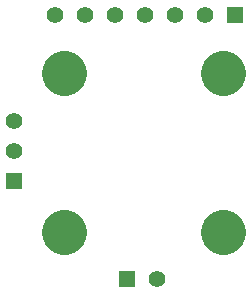
<source format=gbs>
G04 ( created by brdgerber.py ( brdgerber.py v0.1 2014-03-12 ) ) date 2020-11-08 23:19:49 EST*
G04 Gerber Fmt 3.4, Leading zero omitted, Abs format*
%MOIN*%
%FSLAX34Y34*%
G01*
G70*
G90*
G04 APERTURE LIST*
%ADD15C,0.1500*%
%ADD11R,0.0550X0.0550*%
%ADD16R,0.0629X0.0709*%
%ADD14R,0.0472X0.0275*%
%ADD12C,0.0550*%
%ADD10R,0.0260X0.0800*%
%ADD13R,0.0709X0.0629*%
G04 APERTURE END LIST*
G54D15*
D11*
X02750Y22550D03*
D12*
X01750Y22550D03*
D12*
X00750Y22550D03*
D12*
X-00250Y22550D03*
D12*
X-01250Y22550D03*
D12*
X-02250Y22550D03*
D12*
X-03250Y22550D03*
D15*
G01X-02945Y15305D02*
G01X-02945Y15305D01*
D15*
G01X02345Y15305D02*
G01X02345Y15305D01*
D15*
G01X02345Y20595D02*
G01X02345Y20595D01*
D15*
G01X-02945Y20595D02*
G01X-02945Y20595D01*
D11*
X-00850Y13750D03*
D12*
X00150Y13750D03*
D11*
X-04600Y17000D03*
D12*
X-04600Y18000D03*
D12*
X-04600Y19000D03*
M02*

</source>
